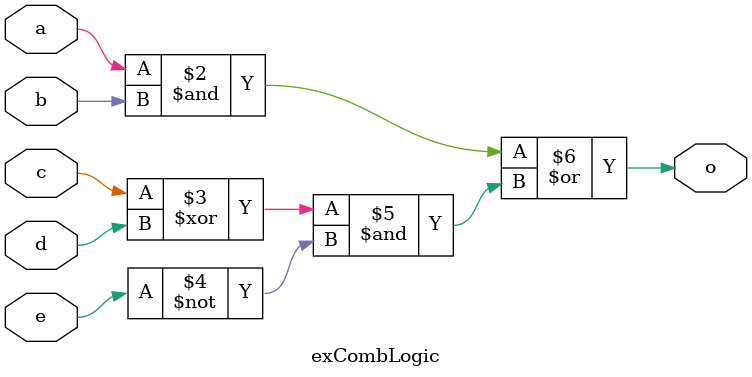
<source format=v>
module exTFF (
    input       clk,
                rst,
                set,
                d,
    output  reg q
);
    always @ (posedge clk or posedge rst or posedge set) begin
        if (rst == 0)
            q <= 0;
        else if (set == 0)
            q <= 1;
        else
            if (d == 1)
                q <= ~q;
            else
                q <= q;
    end

endmodule

module exCombLogic (
    input       a, b, c, d, e,
    output  reg o
);
    always @ (a or b or c or d) begin
        o <= ((a & b) | (c ^ d) & ~e);
    end
     
endmodule
</source>
